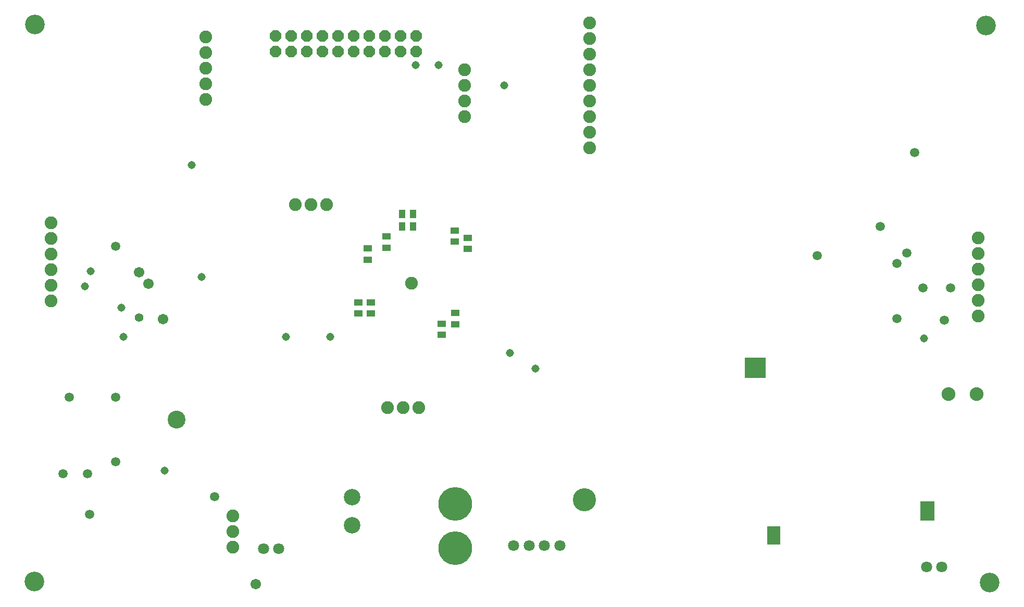
<source format=gbs>
G75*
%MOIN*%
%OFA0B0*%
%FSLAX25Y25*%
%IPPOS*%
%LPD*%
%AMOC8*
5,1,8,0,0,1.08239X$1,22.5*
%
%ADD10C,0.12611*%
%ADD11C,0.08200*%
%ADD12R,0.05524X0.03950*%
%ADD13R,0.03950X0.05524*%
%ADD14OC8,0.07216*%
%ADD15R,0.05169X0.05169*%
%ADD16C,0.07099*%
%ADD17C,0.08800*%
%ADD18C,0.10574*%
%ADD19C,0.21532*%
%ADD20C,0.06737*%
%ADD21C,0.05950*%
%ADD22C,0.05162*%
%ADD23C,0.14800*%
%ADD24C,0.05556*%
%ADD25C,0.11430*%
D10*
X0093963Y0093976D03*
X0094357Y0450669D03*
X0703018Y0449882D03*
X0705381Y0093189D03*
D11*
X0698097Y0263858D03*
X0698097Y0273858D03*
X0698097Y0283858D03*
X0698097Y0293858D03*
X0698097Y0303858D03*
X0698097Y0313858D03*
X0449475Y0371693D03*
X0449475Y0381693D03*
X0449475Y0391693D03*
X0449475Y0401693D03*
X0449475Y0411693D03*
X0449475Y0421693D03*
X0449475Y0431693D03*
X0449475Y0441693D03*
X0449475Y0451693D03*
X0369554Y0421693D03*
X0369554Y0411693D03*
X0369554Y0401693D03*
X0369554Y0391693D03*
X0281168Y0335315D03*
X0271168Y0335315D03*
X0261168Y0335315D03*
X0335302Y0285118D03*
X0340144Y0205197D03*
X0330144Y0205197D03*
X0320144Y0205197D03*
X0221129Y0136102D03*
X0221129Y0126102D03*
X0221129Y0116102D03*
X0104593Y0273701D03*
X0104593Y0283701D03*
X0104593Y0293701D03*
X0104593Y0303701D03*
X0104593Y0313701D03*
X0104593Y0323701D03*
X0203806Y0402638D03*
X0203806Y0412638D03*
X0203806Y0422638D03*
X0203806Y0432638D03*
X0203806Y0442638D03*
D12*
X0363058Y0318583D03*
X0363058Y0311496D03*
X0371325Y0314055D03*
X0371325Y0306969D03*
X0319554Y0307756D03*
X0319554Y0314843D03*
X0307349Y0307165D03*
X0307349Y0300079D03*
X0309318Y0272717D03*
X0309318Y0265630D03*
X0301444Y0265630D03*
X0301444Y0272717D03*
X0354593Y0258937D03*
X0363451Y0258740D03*
X0363451Y0265827D03*
X0354593Y0251850D03*
D13*
X0336483Y0321142D03*
X0329396Y0321142D03*
X0329396Y0329213D03*
X0336483Y0329213D03*
D14*
X0338294Y0433346D03*
X0328294Y0433346D03*
X0318294Y0433346D03*
X0308294Y0433346D03*
X0298294Y0433346D03*
X0288294Y0433346D03*
X0278294Y0433346D03*
X0268294Y0433346D03*
X0258294Y0433346D03*
X0248294Y0433346D03*
X0248294Y0443346D03*
X0258294Y0443346D03*
X0268294Y0443346D03*
X0278294Y0443346D03*
X0288294Y0443346D03*
X0298294Y0443346D03*
X0308294Y0443346D03*
X0318294Y0443346D03*
X0328294Y0443346D03*
X0338294Y0443346D03*
D15*
X0551444Y0234724D03*
X0555381Y0234724D03*
X0559318Y0234724D03*
X0559318Y0230787D03*
X0559318Y0226850D03*
X0555381Y0226850D03*
X0555381Y0230787D03*
X0551444Y0230787D03*
X0551444Y0226850D03*
X0663845Y0142795D03*
X0663845Y0139252D03*
X0663845Y0135709D03*
X0667388Y0135709D03*
X0667388Y0139252D03*
X0667388Y0142795D03*
X0568766Y0126654D03*
X0565617Y0126654D03*
X0565617Y0123504D03*
X0568766Y0123504D03*
X0568766Y0120354D03*
X0565617Y0120354D03*
D16*
X0665026Y0103228D03*
X0674869Y0103228D03*
X0430381Y0117008D03*
X0420538Y0117008D03*
X0410696Y0117008D03*
X0400853Y0117008D03*
X0250459Y0114843D03*
X0240617Y0114843D03*
D17*
X0679113Y0214055D03*
X0697113Y0214055D03*
D18*
X0297507Y0148110D03*
X0297507Y0130000D03*
D19*
X0363451Y0143583D03*
X0363451Y0115236D03*
D20*
X0235696Y0092402D03*
X0176247Y0262087D03*
X0167192Y0284528D03*
X0160892Y0292008D03*
D21*
X0145932Y0308543D03*
X0145932Y0212087D03*
X0116404Y0212087D03*
X0145932Y0170748D03*
X0128215Y0162874D03*
X0112467Y0162874D03*
X0129396Y0136890D03*
X0209318Y0148307D03*
X0595144Y0302638D03*
X0635302Y0321142D03*
X0652231Y0304213D03*
X0645932Y0297717D03*
X0662664Y0281969D03*
X0680381Y0281969D03*
X0676444Y0261299D03*
X0645932Y0262283D03*
X0657349Y0368780D03*
D22*
X0663255Y0249488D03*
X0414829Y0230197D03*
X0398294Y0240433D03*
X0283333Y0250669D03*
X0254987Y0250669D03*
X0201050Y0288858D03*
X0149869Y0269173D03*
X0126247Y0282953D03*
X0130184Y0292795D03*
X0151050Y0250669D03*
X0177428Y0164843D03*
X0194751Y0360512D03*
X0338058Y0424685D03*
X0352625Y0424685D03*
X0394751Y0411693D03*
D23*
X0446129Y0146142D03*
D24*
X0160892Y0262874D03*
D25*
X0184908Y0197520D03*
M02*

</source>
